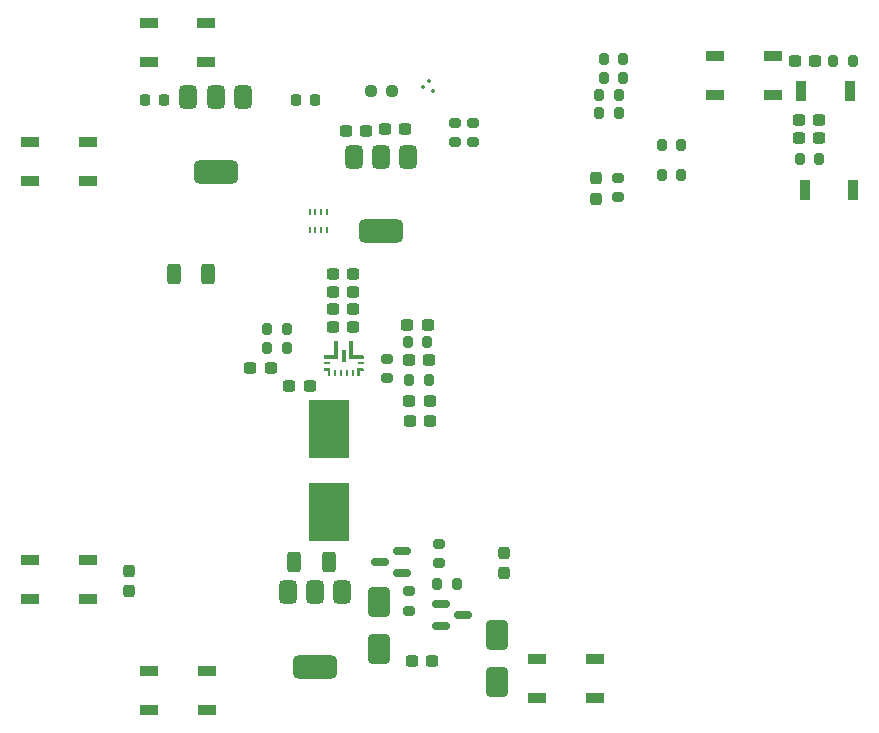
<source format=gtp>
%TF.GenerationSoftware,KiCad,Pcbnew,9.0.0*%
%TF.CreationDate,2025-03-29T02:07:02-04:00*%
%TF.ProjectId,SHERPENT20250113,53484552-5045-44e5-9432-303235303131,rev?*%
%TF.SameCoordinates,Original*%
%TF.FileFunction,Paste,Top*%
%TF.FilePolarity,Positive*%
%FSLAX46Y46*%
G04 Gerber Fmt 4.6, Leading zero omitted, Abs format (unit mm)*
G04 Created by KiCad (PCBNEW 9.0.0) date 2025-03-29 02:07:02*
%MOMM*%
%LPD*%
G01*
G04 APERTURE LIST*
G04 Aperture macros list*
%AMRoundRect*
0 Rectangle with rounded corners*
0 $1 Rounding radius*
0 $2 $3 $4 $5 $6 $7 $8 $9 X,Y pos of 4 corners*
0 Add a 4 corners polygon primitive as box body*
4,1,4,$2,$3,$4,$5,$6,$7,$8,$9,$2,$3,0*
0 Add four circle primitives for the rounded corners*
1,1,$1+$1,$2,$3*
1,1,$1+$1,$4,$5*
1,1,$1+$1,$6,$7*
1,1,$1+$1,$8,$9*
0 Add four rect primitives between the rounded corners*
20,1,$1+$1,$2,$3,$4,$5,0*
20,1,$1+$1,$4,$5,$6,$7,0*
20,1,$1+$1,$6,$7,$8,$9,0*
20,1,$1+$1,$8,$9,$2,$3,0*%
%AMFreePoly0*
4,1,5,0.200000,-0.625000,-0.200000,-0.625000,-0.200000,0.625000,0.200000,0.625000,0.200000,-0.625000,0.200000,-0.625000,$1*%
%AMFreePoly1*
4,1,5,0.200000,-0.725000,-0.200000,-0.725000,-0.200000,0.725000,0.200000,0.725000,0.200000,-0.725000,0.200000,-0.725000,$1*%
G04 Aperture macros list end*
%ADD10C,0.000000*%
%ADD11R,3.505200X5.000000*%
%ADD12RoundRect,0.237500X0.300000X0.237500X-0.300000X0.237500X-0.300000X-0.237500X0.300000X-0.237500X0*%
%ADD13RoundRect,0.250000X0.650000X-1.000000X0.650000X1.000000X-0.650000X1.000000X-0.650000X-1.000000X0*%
%ADD14RoundRect,0.090000X-0.660000X-0.360000X0.660000X-0.360000X0.660000X0.360000X-0.660000X0.360000X0*%
%ADD15RoundRect,0.237500X-0.300000X-0.237500X0.300000X-0.237500X0.300000X0.237500X-0.300000X0.237500X0*%
%ADD16RoundRect,0.200000X-0.200000X-0.275000X0.200000X-0.275000X0.200000X0.275000X-0.200000X0.275000X0*%
%ADD17R,0.228600X0.609600*%
%ADD18RoundRect,0.075000X0.000000X0.106066X-0.106066X0.000000X0.000000X-0.106066X0.106066X0.000000X0*%
%ADD19RoundRect,0.250000X-0.312500X-0.625000X0.312500X-0.625000X0.312500X0.625000X-0.312500X0.625000X0*%
%ADD20RoundRect,0.200000X-0.275000X0.200000X-0.275000X-0.200000X0.275000X-0.200000X0.275000X0.200000X0*%
%ADD21RoundRect,0.090000X0.660000X0.360000X-0.660000X0.360000X-0.660000X-0.360000X0.660000X-0.360000X0*%
%ADD22RoundRect,0.237500X0.237500X-0.287500X0.237500X0.287500X-0.237500X0.287500X-0.237500X-0.287500X0*%
%ADD23RoundRect,0.218750X0.218750X0.256250X-0.218750X0.256250X-0.218750X-0.256250X0.218750X-0.256250X0*%
%ADD24RoundRect,0.200000X0.200000X0.275000X-0.200000X0.275000X-0.200000X-0.275000X0.200000X-0.275000X0*%
%ADD25RoundRect,0.237500X0.237500X-0.300000X0.237500X0.300000X-0.237500X0.300000X-0.237500X-0.300000X0*%
%ADD26RoundRect,0.150000X0.587500X0.150000X-0.587500X0.150000X-0.587500X-0.150000X0.587500X-0.150000X0*%
%ADD27RoundRect,0.237500X0.250000X0.237500X-0.250000X0.237500X-0.250000X-0.237500X0.250000X-0.237500X0*%
%ADD28RoundRect,0.218750X-0.218750X-0.256250X0.218750X-0.256250X0.218750X0.256250X-0.218750X0.256250X0*%
%ADD29RoundRect,0.200000X0.275000X-0.200000X0.275000X0.200000X-0.275000X0.200000X-0.275000X-0.200000X0*%
%ADD30RoundRect,0.375000X-0.375000X0.625000X-0.375000X-0.625000X0.375000X-0.625000X0.375000X0.625000X0*%
%ADD31RoundRect,0.500000X-1.400000X0.500000X-1.400000X-0.500000X1.400000X-0.500000X1.400000X0.500000X0*%
%ADD32R,0.889000X1.803400*%
%ADD33RoundRect,0.150000X-0.587500X-0.150000X0.587500X-0.150000X0.587500X0.150000X-0.587500X0.150000X0*%
%ADD34R,0.575000X0.250000*%
%ADD35R,0.225000X0.700000*%
%ADD36R,0.549999X0.249999*%
%ADD37FreePoly0,90.000000*%
%ADD38FreePoly1,180.000000*%
%ADD39R,0.399999X1.000000*%
%ADD40FreePoly0,270.000000*%
%ADD41R,0.249999X0.549999*%
G04 APERTURE END LIST*
D10*
G36*
X160918714Y-102716214D02*
G01*
X160918711Y-103316213D01*
X160868714Y-103366213D01*
X160743713Y-103366213D01*
X160693713Y-103316213D01*
X160693713Y-102916214D01*
X160393714Y-102916214D01*
X160343714Y-102866214D01*
X160343714Y-102716214D01*
X160393714Y-102666214D01*
X160868714Y-102666211D01*
X160918714Y-102716214D01*
G37*
G36*
X161593714Y-100516213D02*
G01*
X161593714Y-101866213D01*
X161543714Y-101916213D01*
X160393714Y-101916213D01*
X160343714Y-101866213D01*
X160343711Y-101616214D01*
X160393714Y-101566214D01*
X161243712Y-101566214D01*
X161243712Y-100516213D01*
X161293712Y-100466213D01*
X161543711Y-100466213D01*
X161593714Y-100516213D01*
G37*
G36*
X162843714Y-100516213D02*
G01*
X162843714Y-101566214D01*
X163693712Y-101566214D01*
X163743715Y-101616214D01*
X163743712Y-101866213D01*
X163693712Y-101916213D01*
X162543712Y-101916213D01*
X162493712Y-101866213D01*
X162493712Y-100516213D01*
X162543715Y-100466213D01*
X162793714Y-100466213D01*
X162843714Y-100516213D01*
G37*
G36*
X163743712Y-102716214D02*
G01*
X163743712Y-102866211D01*
X163693712Y-102916214D01*
X163393713Y-102916214D01*
X163393713Y-103316213D01*
X163343713Y-103366213D01*
X163218712Y-103366213D01*
X163168715Y-103316213D01*
X163168712Y-102716214D01*
X163218714Y-102666214D01*
X163693712Y-102666211D01*
X163743712Y-102716214D01*
G37*
D11*
X160800000Y-114830700D03*
X160800000Y-107830700D03*
D12*
X162237500Y-82600000D03*
X163962500Y-82600000D03*
D13*
X175000000Y-129300000D03*
X175000000Y-125300000D03*
X165000000Y-126500000D03*
X165000000Y-122500000D03*
D14*
X145517600Y-73450000D03*
X145517600Y-76750000D03*
X150417600Y-76750000D03*
X150417600Y-73450000D03*
D15*
X167537500Y-102000000D03*
X169262500Y-102000000D03*
D16*
X155575000Y-101000000D03*
X157225000Y-101000000D03*
D15*
X167637500Y-107200000D03*
X169362500Y-107200000D03*
D17*
X160650189Y-89450700D03*
X160150063Y-89450700D03*
X159649937Y-89450700D03*
X159149811Y-89450700D03*
X159149811Y-90949300D03*
X159649937Y-90949300D03*
X160150063Y-90949300D03*
X160650189Y-90949300D03*
D18*
X169246967Y-78351992D03*
X168751992Y-78846967D03*
X169600520Y-79200520D03*
D16*
X188975000Y-86310000D03*
X190625000Y-86310000D03*
D15*
X157437500Y-104200000D03*
X159162500Y-104200000D03*
D19*
X157840400Y-119115171D03*
X160765400Y-119115171D03*
D12*
X202312498Y-83200000D03*
X200587498Y-83200000D03*
D15*
X161137500Y-97700000D03*
X162862500Y-97700000D03*
D20*
X171500000Y-81925000D03*
X171500000Y-83575000D03*
D21*
X150450000Y-131648600D03*
X150450000Y-128348600D03*
X145550000Y-128348600D03*
X145550000Y-131648600D03*
D14*
X135466400Y-83512800D03*
X135466400Y-86812800D03*
X140366400Y-86812800D03*
X140366400Y-83512800D03*
D16*
X183675000Y-81100000D03*
X185325000Y-81100000D03*
D22*
X183395000Y-88324000D03*
X183395000Y-86574000D03*
D16*
X167575000Y-103700000D03*
X169225000Y-103700000D03*
X167475000Y-100500000D03*
X169125000Y-100500000D03*
D15*
X167437500Y-99000000D03*
X169162500Y-99000000D03*
D23*
X159587500Y-80000000D03*
X158012500Y-80000000D03*
D16*
X183675000Y-79600000D03*
X185325000Y-79600000D03*
D12*
X167262500Y-82450000D03*
X165537500Y-82450000D03*
D21*
X140366400Y-122228000D03*
X140366400Y-118928000D03*
X135466400Y-118928000D03*
X135466400Y-122228000D03*
D15*
X161137500Y-96200000D03*
X162862500Y-96200000D03*
D24*
X205125000Y-76700000D03*
X203475000Y-76700000D03*
D25*
X143900000Y-121562500D03*
X143900000Y-119837500D03*
D26*
X166965100Y-120032400D03*
X166965100Y-118132400D03*
X165090100Y-119082400D03*
D16*
X155575000Y-99400000D03*
X157225000Y-99400000D03*
D15*
X167800000Y-127500000D03*
X169525000Y-127500000D03*
D20*
X167600000Y-121575000D03*
X167600000Y-123225000D03*
D27*
X166162500Y-79250000D03*
X164337500Y-79250000D03*
D14*
X193450000Y-76250000D03*
X193450000Y-79550000D03*
X198350000Y-79550000D03*
X198350000Y-76250000D03*
D28*
X145212500Y-80000000D03*
X146787500Y-80000000D03*
D12*
X201962500Y-76700000D03*
X200237500Y-76700000D03*
D16*
X200675000Y-85000000D03*
X202325000Y-85000000D03*
D29*
X170100000Y-119225000D03*
X170100000Y-117575000D03*
D21*
X183310600Y-130635400D03*
X183310600Y-127335400D03*
X178410600Y-127335400D03*
X178410600Y-130635400D03*
D15*
X161137500Y-94700000D03*
X162862500Y-94700000D03*
D16*
X184075000Y-78100000D03*
X185725000Y-78100000D03*
D25*
X175600000Y-120062500D03*
X175600000Y-118337500D03*
D20*
X165717018Y-101875000D03*
X165717018Y-103525000D03*
D30*
X161900000Y-121650000D03*
X159600000Y-121650000D03*
X157300000Y-121650000D03*
D31*
X159600000Y-127950000D03*
D20*
X185300000Y-86575000D03*
X185300000Y-88225000D03*
D30*
X167500000Y-84800000D03*
X165200000Y-84800000D03*
D31*
X165200000Y-91100000D03*
D30*
X162900000Y-84800000D03*
D15*
X161137500Y-99200000D03*
X162862500Y-99200000D03*
X167600000Y-105500000D03*
X169325000Y-105500000D03*
D32*
X201085553Y-87600000D03*
X205185549Y-87600000D03*
X200800000Y-79200000D03*
X204899996Y-79200000D03*
D12*
X155862500Y-102700000D03*
X154137500Y-102700000D03*
D19*
X147637500Y-94700000D03*
X150562500Y-94700000D03*
D24*
X185725000Y-76500000D03*
X184075000Y-76500000D03*
D29*
X173000000Y-83575000D03*
X173000000Y-81925000D03*
D33*
X170262500Y-122650000D03*
X170262500Y-124550000D03*
X172137500Y-123600000D03*
D16*
X169977600Y-121000000D03*
X171627600Y-121000000D03*
D12*
X202312498Y-81700000D03*
X200587498Y-81700000D03*
D16*
X188975000Y-83800000D03*
X190625000Y-83800000D03*
D30*
X153500000Y-79750000D03*
X151200000Y-79750000D03*
X148900000Y-79750000D03*
D31*
X151200000Y-86050000D03*
D34*
X163456213Y-102791213D03*
D35*
X163281213Y-103016213D03*
D36*
X163468714Y-102291214D03*
D37*
X163118713Y-101716213D03*
D38*
X162693713Y-101191213D03*
D39*
X162043713Y-101666213D03*
D38*
X161393713Y-101191213D03*
D40*
X160963713Y-101716213D03*
D36*
X160618712Y-102291214D03*
D35*
X160806213Y-103016213D03*
D34*
X160631213Y-102791213D03*
D41*
X161293712Y-103091212D03*
X161793713Y-103091212D03*
X162293713Y-103091212D03*
X162793714Y-103091212D03*
M02*

</source>
